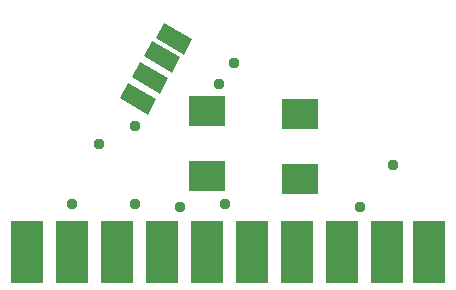
<source format=gbs>
G04 EAGLE Gerber RS-274X export*
G75*
%MOMM*%
%FSLAX34Y34*%
%LPD*%
%INBottom Solder Mask*%
%IPPOS*%
%AMOC8*
5,1,8,0,0,1.08239X$1,22.5*%
G01*
%ADD10R,2.743200X5.283200*%
%ADD11R,1.473200X2.743200*%
%ADD12R,3.103200X2.603200*%
%ADD13C,0.959600*%


D10*
X15240Y15240D03*
X53340Y15240D03*
X91440Y15240D03*
X129540Y15240D03*
X167640Y15240D03*
X205740Y15240D03*
X243840Y15240D03*
X281940Y15240D03*
X320040Y15240D03*
X355600Y15240D03*
D11*
G36*
X93659Y145258D02*
X101025Y158017D01*
X124781Y144302D01*
X117415Y131543D01*
X93659Y145258D01*
G37*
G36*
X103819Y163038D02*
X111185Y175797D01*
X134941Y162082D01*
X127575Y149323D01*
X103819Y163038D01*
G37*
G36*
X113979Y180818D02*
X121345Y193577D01*
X145101Y179862D01*
X137735Y167103D01*
X113979Y180818D01*
G37*
G36*
X124139Y196058D02*
X131505Y208817D01*
X155261Y195102D01*
X147895Y182343D01*
X124139Y196058D01*
G37*
D12*
X167640Y134620D03*
X167640Y79120D03*
X246380Y132080D03*
X246380Y76580D03*
D13*
X144780Y53340D03*
X53340Y55880D03*
X76200Y106680D03*
X106680Y121920D03*
X106680Y55880D03*
X182880Y55880D03*
X297180Y53340D03*
X325120Y88900D03*
X177800Y157480D03*
X190500Y175260D03*
M02*

</source>
